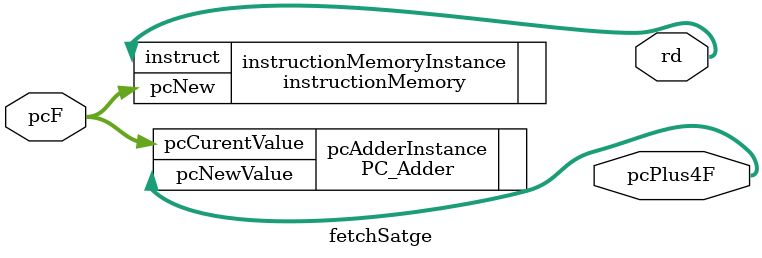
<source format=v>
module fetchSatge (
    output wire [31:0] rd, 
    output wire [31:0] pcPlus4F,
    input  wire [31:0] pcF 
);

PC_Adder #(32) pcAdderInstance 
(
    .pcNewValue     (pcPlus4F), 
    .pcCurentValue  (pcF)
);

instructionMemory #(32,32,256) instructionMemoryInstance 
(
    .instruct (rd), 
    .pcNew    (pcF)
);

endmodule
</source>
